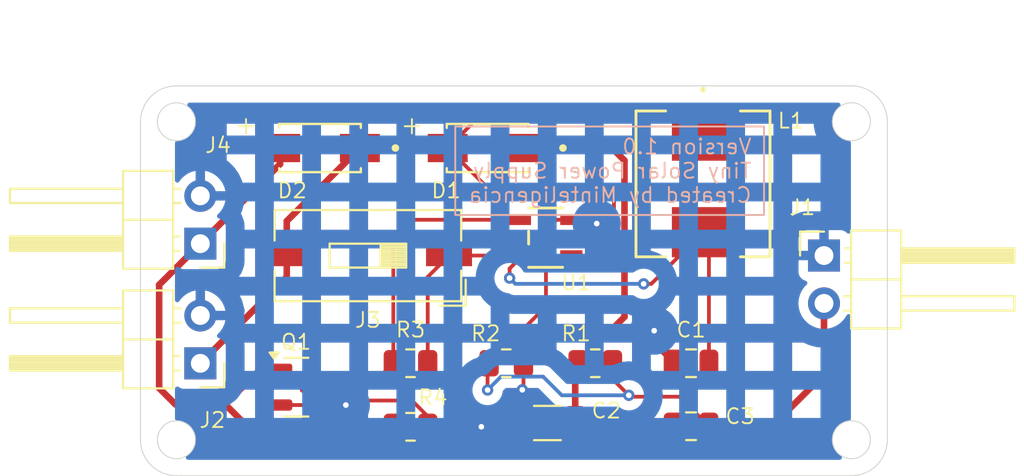
<source format=kicad_pcb>
(kicad_pcb (version 20240108) (generator "pcbnew") (generator_version "8.0")
  (layers (0 "F.Cu" signal) (31 "B.Cu" signal) (34 "B.Paste" user) (35 "F.Paste" user) (36 "B.SilkS" user "B.Silkscreen") (37 "F.SilkS" user "F.Silkscreen") (38 "B.Mask" user) (39 "F.Mask" user) (44 "Edge.Cuts" user))
  (net 0 "")
  (net 1 "GNDD")
  (net 2 "Net-(J3-Pin_1)")
  (net 3 "/OUT_P")
  (net 4 "Net-(U1-FB)")
  (net 5 "Net-(U1-SW)")
  (net 6 "/BAT_P")
  (net 7 "/SOLAR_P")
  (net 8 "Net-(Q1-D)")
  (footprint "Capacitor_SMD:C_0805_2012Metric" (layer "F.Cu") (at 74.295 110.025)
    (property "Reference" "C3" (at 2.605 -0.525 0) (layer "F.SilkS") (effects (font (size 0.8 0.8) (thickness 0.1))))
    (property "Value" "10 pF, 50 V, X7R (0805)")
    (fp_line (start -0.261252 -0.735) (end 0.261252 -0.735) (stroke (width 0.12)) (layer "F.SilkS"))
    (fp_line (start -0.261252 0.735) (end 0.261252 0.735) (stroke (width 0.12)) (layer "F.SilkS"))
    (pad "1" smd roundrect (at -0.95 0) (size 1 1.45) (layers "F.Cu" "F.Paste" "F.Mask") (net 3 "/OUT_P"))
    (pad "2" smd roundrect (at 0.95 0) (size 1 1.45) (layers "F.Cu" "F.Paste" "F.Mask") (net 4 "Net-(U1-FB)"))
  )
  (footprint "Resistor_SMD:R_0805_2012Metric" (layer "F.Cu") (at 64.4925 106.68)
    (property "Reference" "R2" (at -1.0925 -1.58 0) (layer "F.SilkS") (effects (font (size 0.8 0.8) (thickness 0.1))))
    (property "Value" "604 kOhms, 1%")
    (fp_line (start -0.227064 -0.735) (end 0.227064 -0.735) (stroke (width 0.12)) (layer "F.SilkS"))
    (fp_line (start -0.227064 0.735) (end 0.227064 0.735) (stroke (width 0.12)) (layer "F.SilkS"))
    (pad "1" smd roundrect (at -0.9125 0) (size 1.025 1.4) (layers "F.Cu" "F.Paste" "F.Mask") (roundrect_rratio 0.243902) (net 4 "Net-(U1-FB)"))
    (pad "2" smd roundrect (at 0.9125 0) (size 1.025 1.4) (layers "F.Cu" "F.Paste" "F.Mask") (roundrect_rratio 0.243902) (net 1 "GNDD"))
  )
  (footprint "Resistor_SMD:R_0805_2012Metric" (layer "F.Cu") (at 59.4125 106.68 180)
    (property "Reference" "R3" (at 0 1.78 0) (layer "F.SilkS") (effects (font (size 0.8 0.8) (thickness 0.1))))
    (property "Value" "10 kOhms")
    (fp_line (start -0.227064 0.735) (end 0.227064 0.735) (stroke (width 0.12)) (layer "F.SilkS"))
    (fp_line (start -0.227064 -0.735) (end 0.227064 -0.735) (stroke (width 0.12)) (layer "F.SilkS"))
    (pad "1" smd roundrect (at -0.9125 0 180) (size 1.025 1.4) (layers "F.Cu" "F.Paste" "F.Mask") (roundrect_rratio 0.243902) (net 2 "Net-(J3-Pin_1)"))
    (pad "2" smd roundrect (at 0.9125 0 180) (size 1.025 1.4) (layers "F.Cu" "F.Paste" "F.Mask") (roundrect_rratio 0.243902) (net 8 "Net-(Q1-D)"))
  )
  (footprint "Connector_PinHeader_2.54mm:PinHeader_1x02_P2.54mm_Horizontal" (layer "F.Cu") (at 48.26 100.33 180)
    (property "Reference" "J4" (at -0.94 5.23 0) (layer "F.SilkS") (effects (font (size 0.8 0.8) (thickness 0.1))))
    (property "Value" "Conn_01x02_Pin")
    (fp_line (start 10.1 2.92) (end 4.1 2.92) (stroke (width 0.12)) (layer "F.SilkS"))
    (fp_line (start 10.1 2.16) (end 10.1 2.92) (stroke (width 0.12)) (layer "F.SilkS"))
    (fp_line (start 10.1 0.38) (end 4.1 0.38) (stroke (width 0.12)) (layer "F.SilkS"))
    (fp_line (start 10.1 -0.38) (end 10.1 0.38) (stroke (width 0.12)) (layer "F.SilkS"))
    (fp_line (start 4.1 3.87) (end 4.1 -1.33) (stroke (width 0.12)) (layer "F.SilkS"))
    (fp_line (start 4.1 2.16) (end 10.1 2.16) (stroke (width 0.12)) (layer "F.SilkS"))
    (fp_line (start 4.1 0.28) (end 10.1 0.28) (stroke (width 0.12)) (layer "F.SilkS"))
    (fp_line (start 4.1 0.16) (end 10.1 0.16) (stroke (width 0.12)) (layer "F.SilkS"))
    (fp_line (start 4.1 0.04) (end 10.1 0.04) (stroke (width 0.12)) (layer "F.SilkS"))
    (fp_line (start 4.1 -0.08) (end 10.1 -0.08) (stroke (width 0.12)) (layer "F.SilkS"))
    (fp_line (start 4.1 -0.2) (end 10.1 -0.2) (stroke (width 0.12)) (layer "F.SilkS"))
    (fp_line (start 4.1 -0.32) (end 10.1 -0.32) (stroke (width 0.12)) (layer "F.SilkS"))
    (fp_line (start 4.1 -0.38) (end 10.1 -0.38) (stroke (width 0.12)) (layer "F.SilkS"))
    (fp_line (start 4.1 -1.33) (end 1.44 -1.33) (stroke (width 0.12)) (layer "F.SilkS"))
    (fp_line (start 1.44 3.87) (end 4.1 3.87) (stroke (width 0.12)) (layer "F.SilkS"))
    (fp_line (start 1.44 1.27) (end 4.1 1.27) (stroke (width 0.12)) (layer "F.SilkS"))
    (fp_line (start 1.44 -1.33) (end 1.44 3.87) (stroke (width 0.12)) (layer "F.SilkS"))
    (fp_line (start 1.11 0.38) (end 1.44 0.38) (stroke (width 0.12)) (layer "F.SilkS"))
    (fp_line (start 1.11 -0.38) (end 1.44 -0.38) (stroke (width 0.12)) (layer "F.SilkS"))
    (fp_line (start 1.042929 2.92) (end 1.44 2.92) (stroke (width 0.12)) (layer "F.SilkS"))
    (fp_line (start 1.042929 2.16) (end 1.44 2.16) (stroke (width 0.12)) (layer "F.SilkS"))
    (fp_line (start -1.27 0) (end -1.27 -1.27) (stroke (width 0.12)) (layer "F.SilkS"))
    (fp_line (start -1.27 -1.27) (end 0 -1.27) (stroke (width 0.12)) (layer "F.SilkS"))
    (pad "1" thru_hole rect (at 0 0 180) (size 1.7 1.7) (drill 1) (layers "*.Cu" "*.Mask") (net 7 "/SOLAR_P"))
    (pad "2" thru_hole oval (at 0 2.54 180) (size 1.7 1.7) (drill 1) (layers "*.Cu" "*.Mask") (net 1 "GNDD"))
  )
  (footprint "ASPI-0630LR-100M-T15:IND_ASPI-0630LR_ABR" (layer "F.Cu") (at 74.93 97.155 -90)
    (property "Reference" "L1" (at -3.355 -4.67 0) (layer "F.SilkS") (effects (font (size 0.8 0.8) (thickness 0.1))))
    (property "Value" "ASPI-0630LR-100M-T15")
    (fp_line (start -3.8735 3.556) (end 3.8735 3.556) (stroke (width 0.1524)) (layer "F.SilkS"))
    (fp_line (start 3.8735 3.556) (end 3.8735 1.98374) (stroke (width 0.1524)) (layer "F.SilkS"))
    (fp_line (start -3.8735 1.98374) (end -3.8735 3.556) (stroke (width 0.1524)) (layer "F.SilkS"))
    (fp_line (start 3.8735 -1.98374) (end 3.8735 -3.556) (stroke (width 0.1524)) (layer "F.SilkS"))
    (fp_line (start -3.8735 -3.556) (end -3.8735 -1.98374) (stroke (width 0.1524)) (layer "F.SilkS"))
    (fp_line (start 3.8735 -3.556) (end -3.8735 -3.556) (stroke (width 0.1524)) (layer "F.SilkS"))
    (fp_circle (center -5.0165 0) (end -4.9403 0) (stroke (width 0.1524)) (fill none) (layer "F.SilkS"))
    (pad "1" smd rect (at -2.5654 0) (size 3.302 2.667) (layers "F.Cu" "F.Paste" "F.Mask") (net 5 "Net-(U1-SW)"))
    (pad "2" smd rect (at 2.5654 0) (size 3.302 2.667) (layers "F.Cu" "F.Paste" "F.Mask") (net 2 "Net-(J3-Pin_1)"))
  )
  (footprint "SS14:DIOM4325X250N" (layer "F.Cu") (at 54.61 95.25 180)
    (property "Reference" "D2" (at 1.475 -2.255 0) (layer "F.SilkS") (effects (font (size 0.8 0.8) (thickness 0.1))))
    (property "Value" "SS14")
    (fp_line (start 2.165 1.28) (end 2.165 1.07) (stroke (width 0.127)) (layer "F.SilkS"))
    (fp_line (start 2.165 -1.07) (end 2.165 -1.28) (stroke (width 0.127)) (layer "F.SilkS"))
    (fp_line (start 2.165 -1.28) (end -2.165 -1.28) (stroke (width 0.127)) (layer "F.SilkS"))
    (fp_line (start -2.165 1.28) (end 2.165 1.28) (stroke (width 0.127)) (layer "F.SilkS"))
    (fp_line (start -2.165 1.28) (end -2.165 1.07) (stroke (width 0.127)) (layer "F.SilkS"))
    (fp_line (start -2.165 -1.28) (end -2.165 -1.07) (stroke (width 0.127)) (layer "F.SilkS"))
    (fp_circle (center -4 0) (end -3.9 0) (stroke (width 0.2)) (fill none) (layer "F.SilkS"))
    (pad "A" smd rect (at 2.115 0 180) (size 2.12 1.5) (layers "F.Cu" "F.Paste" "F.Mask") (net 7 "/SOLAR_P"))
    (pad "C" smd rect (at -2.115 0 180) (size 2.12 1.5) (layers "F.Cu" "F.Paste" "F.Mask") (net 6 "/BAT_P"))
  )
  (footprint "Connector_PinHeader_2.54mm:PinHeader_1x02_P2.54mm_Horizontal" (layer "F.Cu") (at 81.35 100.96)
    (property "Reference" "J1" (at -1.15 -2.56 0) (layer "F.SilkS") (effects (font (size 0.8 0.8) (thickness 0.1))))
    (property "Value" "Conn_01x02_Pin")
    (fp_line (start -1.27 -1.27) (end 0 -1.27) (stroke (width 0.12)) (layer "F.SilkS"))
    (fp_line (start -1.27 0) (end -1.27 -1.27) (stroke (width 0.12)) (layer "F.SilkS"))
    (fp_line (start 1.042929 2.16) (end 1.44 2.16) (stroke (width 0.12)) (layer "F.SilkS"))
    (fp_line (start 1.042929 2.92) (end 1.44 2.92) (stroke (width 0.12)) (layer "F.SilkS"))
    (fp_line (start 1.11 -0.38) (end 1.44 -0.38) (stroke (width 0.12)) (layer "F.SilkS"))
    (fp_line (start 1.11 0.38) (end 1.44 0.38) (stroke (width 0.12)) (layer "F.SilkS"))
    (fp_line (start 1.44 -1.33) (end 1.44 3.87) (stroke (width 0.12)) (layer "F.SilkS"))
    (fp_line (start 1.44 1.27) (end 4.1 1.27) (stroke (width 0.12)) (layer "F.SilkS"))
    (fp_line (start 1.44 3.87) (end 4.1 3.87) (stroke (width 0.12)) (layer "F.SilkS"))
    (fp_line (start 4.1 -1.33) (end 1.44 -1.33) (stroke (width 0.12)) (layer "F.SilkS"))
    (fp_line (start 4.1 -0.38) (end 10.1 -0.38) (stroke (width 0.12)) (layer "F.SilkS"))
    (fp_line (start 4.1 -0.32) (end 10.1 -0.32) (stroke (width 0.12)) (layer "F.SilkS"))
    (fp_line (start 4.1 -0.2) (end 10.1 -0.2) (stroke (width 0.12)) (layer "F.SilkS"))
    (fp_line (start 4.1 -0.08) (end 10.1 -0.08) (stroke (width 0.12)) (layer "F.SilkS"))
    (fp_line (start 4.1 0.04) (end 10.1 0.04) (stroke (width 0.12)) (layer "F.SilkS"))
    (fp_line (start 4.1 0.16) (end 10.1 0.16) (stroke (width 0.12)) (layer "F.SilkS"))
    (fp_line (start 4.1 0.28) (end 10.1 0.28) (stroke (width 0.12)) (layer "F.SilkS"))
    (fp_line (start 4.1 2.16) (end 10.1 2.16) (stroke (width 0.12)) (layer "F.SilkS"))
    (fp_line (start 4.1 3.87) (end 4.1 -1.33) (stroke (width 0.12)) (layer "F.SilkS"))
    (fp_line (start 10.1 -0.38) (end 10.1 0.38) (stroke (width 0.12)) (layer "F.SilkS"))
    (fp_line (start 10.1 0.38) (end 4.1 0.38) (stroke (width 0.12)) (layer "F.SilkS"))
    (fp_line (start 10.1 2.16) (end 10.1 2.92) (stroke (width 0.12)) (layer "F.SilkS"))
    (fp_line (start 10.1 2.92) (end 4.1 2.92) (stroke (width 0.12)) (layer "F.SilkS"))
    (pad "1" thru_hole rect (at 0 0) (size 1.7 1.7) (drill 1) (layers "*.Cu" "*.Mask") (net 1 "GNDD"))
    (pad "2" thru_hole oval (at 0 2.54) (size 1.7 1.7) (drill 1) (layers "*.Cu" "*.Mask") (net 3 "/OUT_P"))
  )
  (footprint "Resistor_SMD:R_0805_2012Metric" (layer "F.Cu") (at 69.215 106.68)
    (property "Reference" "R1" (at -1.015 -1.58 0) (layer "F.SilkS") (effects (font (size 0.8 0.8) (thickness 0.1))))
    (property "Value" "1 MOhms")
    (fp_line (start -0.227064 -0.735) (end 0.227064 -0.735) (stroke (width 0.12)) (layer "F.SilkS"))
    (fp_line (start -0.227064 0.735) (end 0.227064 0.735) (stroke (width 0.12)) (layer "F.SilkS"))
    (pad "1" smd roundrect (at -0.9125 0) (size 1.025 1.4) (layers "F.Cu" "F.Paste" "F.Mask") (roundrect_rratio 0.243902) (net 3 "/OUT_P"))
    (pad "2" smd roundrect (at 0.9125 0) (size 1.025 1.4) (layers "F.Cu" "F.Paste" "F.Mask") (roundrect_rratio 0.243902) (net 4 "Net-(U1-FB)"))
  )
  (footprint "Resistor_SMD:R_0805_2012Metric" (layer "F.Cu") (at 59.4125 110.055)
    (property "Reference" "R4" (at 1.1875 -1.555 0) (layer "F.SilkS") (effects (font (size 0.8 0.8) (thickness 0.1))))
    (property "Value" "1 MOhms")
    (fp_line (start -0.227064 -0.735) (end 0.227064 -0.735) (stroke (width 0.12)) (layer "F.SilkS"))
    (fp_line (start -0.227064 0.735) (end 0.227064 0.735) (stroke (width 0.12)) (layer "F.SilkS"))
    (pad "1" smd roundrect (at -0.9125 0) (size 1.025 1.4) (layers "F.Cu" "F.Paste" "F.Mask") (roundrect_rratio 0.243902) (net 7 "/SOLAR_P"))
    (pad "2" smd roundrect (at 0.9125 0) (size 1.025 1.4) (layers "F.Cu" "F.Paste" "F.Mask") (roundrect_rratio 0.243902) (net 1 "GNDD"))
  )
  (footprint "Package_TO_SOT_SMD:SOT-23" (layer "F.Cu") (at 53.34 107.95)
    (property "Reference" "Q1" (at 0 -2.4 0) (layer "F.SilkS") (effects (font (size 0.8 0.8) (thickness 0.1))))
    (property "Value" "2N7002")
    (fp_line (start 0 -1.56) (end -0.65 -1.56) (stroke (width 0.12)) (layer "F.SilkS"))
    (fp_line (start 0 -1.56) (end 0.65 -1.56) (stroke (width 0.12)) (layer "F.SilkS"))
    (fp_line (start 0 1.56) (end -0.65 1.56) (stroke (width 0.12)) (layer "F.SilkS"))
    (fp_line (start 0 1.56) (end 0.65 1.56) (stroke (width 0.12)) (layer "F.SilkS"))
    (fp_poly (pts (xy -1.1625 -1.51) (xy -1.4025 -1.84) (xy -0.9225 -1.84) (xy -1.1625 -1.51)) (stroke (width 0.12)) (fill solid) (layer "F.SilkS"))
    (pad "1" smd roundrect (at -0.9375 -0.95) (size 1.475 0.6) (layers "F.Cu" "F.Paste" "F.Mask") (net 7 "/SOLAR_P"))
    (pad "2" smd roundrect (at -0.9375 0.95) (size 1.475 0.6) (layers "F.Cu" "F.Paste" "F.Mask") (net 1 "GNDD"))
    (pad "3" smd roundrect (at 0.9375 0) (size 1.475 0.6) (layers "F.Cu" "F.Paste" "F.Mask") (net 8 "Net-(Q1-D)"))
  )
  (footprint "AP3015AKTR-G1:SOT23-5_1P55X2P9_DIO" (layer "F.Cu") (at 66.57975 100.010001 180)
    (property "Reference" "U1" (at -1.62025 -2.389999 0) (layer "F.SilkS") (effects (font (size 0.8 0.8) (thickness 0.1))))
    (property "Value" "AP3015AKTR-G1")
    (fp_line (start 0.9017 0.337861) (end 0.9017 -0.337861) (stroke (width 0.1524)) (layer "F.SilkS"))
    (fp_line (start 0.9017 -1.5748) (end -0.9017 -1.5748) (stroke (width 0.1524)) (layer "F.SilkS"))
    (fp_line (start -0.9017 1.5748) (end 0.9017 1.5748) (stroke (width 0.1524)) (layer "F.SilkS"))
    (pad "1" smd rect (at -1.36525 -0.950001 180) (size 1.1811 0.5588) (layers "F.Cu" "F.Paste" "F.Mask") (net 5 "Net-(U1-SW)"))
    (pad "2" smd rect (at -1.36525 0 180) (size 1.1811 0.5588) (layers "F.Cu" "F.Paste" "F.Mask") (net 1 "GNDD"))
    (pad "3" smd rect (at -1.36525 0.950001 180) (size 1.1811 0.5588) (layers "F.Cu" "F.Paste" "F.Mask") (net 4 "Net-(U1-FB)"))
    (pad "4" smd rect (at 1.36525 0.950001 180) (size 1.1811 0.5588) (layers "F.Cu" "F.Paste" "F.Mask") (net 8 "Net-(Q1-D)"))
    (pad "5" smd rect (at 1.36525 -0.950001 180) (size 1.1811 0.5588) (layers "F.Cu" "F.Paste" "F.Mask") (net 2 "Net-(J3-Pin_1)"))
  )
  (footprint "SS14:DIOM4325X250N" (layer "F.Cu") (at 63.5 95.25 180)
    (property "Reference" "D1" (at 2.2 -2.255 0) (layer "F.SilkS") (effects (font (size 0.8 0.8) (thickness 0.1))))
    (property "Value" "SS14")
    (fp_line (start 2.165 1.28) (end 2.165 1.07) (stroke (width 0.127)) (layer "F.SilkS"))
    (fp_line (start 2.165 -1.07) (end 2.165 -1.28) (stroke (width 0.127)) (layer "F.SilkS"))
    (fp_line (start 2.165 -1.28) (end -2.165 -1.28) (stroke (width 0.127)) (layer "F.SilkS"))
    (fp_line (start -2.165 1.28) (end 2.165 1.28) (stroke (width 0.127)) (layer "F.SilkS"))
    (fp_line (start -2.165 1.28) (end -2.165 1.07) (stroke (width 0.127)) (layer "F.SilkS"))
    (fp_line (start -2.165 -1.28) (end -2.165 -1.07) (stroke (width 0.127)) (layer "F.SilkS"))
    (fp_circle (center -4 0) (end -3.9 0) (stroke (width 0.2)) (fill none) (layer "F.SilkS"))
    (pad "A" smd rect (at 2.115 0 180) (size 2.12 1.5) (layers "F.Cu" "F.Paste" "F.Mask") (net 5 "Net-(U1-SW)"))
    (pad "C" smd rect (at -2.115 0 180) (size 2.12 1.5) (layers "F.Cu" "F.Paste" "F.Mask") (net 3 "/OUT_P"))
  )
  (footprint "Capacitor_SMD:C_0805_2012Metric" (layer "F.Cu") (at 74.295 106.68 180)
    (property "Reference" "C1" (at -0.005 1.78 0) (layer "F.SilkS") (effects (font (size 0.8 0.8) (thickness 0.1))))
    (property "Value" "4.7 µF, 50 V, X7R (0805)")
    (fp_line (start -0.261252 0.735) (end 0.261252 0.735) (stroke (width 0.12)) (layer "F.SilkS"))
    (fp_line (start -0.261252 -0.735) (end 0.261252 -0.735) (stroke (width 0.12)) (layer "F.SilkS"))
    (pad "1" smd roundrect (at -0.95 0 180) (size 1 1.45) (layers "F.Cu" "F.Paste" "F.Mask") (net 2 "Net-(J3-Pin_1)"))
    (pad "2" smd roundrect (at 0.95 0 180) (size 1 1.45) (layers "F.Cu" "F.Paste" "F.Mask") (net 1 "GNDD"))
  )
  (footprint "Connector_PinHeader_2.54mm:PinHeader_1x02_P2.54mm_Horizontal" (layer "F.Cu") (at 48.26 106.685 180)
    (property "Reference" "J2" (at -0.64 -3.015 0) (layer "F.SilkS") (effects (font (size 0.8 0.8) (thickness 0.1))))
    (property "Value" "Conn_01x02_Pin")
    (fp_line (start 10.1 2.92) (end 4.1 2.92) (stroke (width 0.12)) (layer "F.SilkS"))
    (fp_line (start 10.1 2.16) (end 10.1 2.92) (stroke (width 0.12)) (layer "F.SilkS"))
    (fp_line (start 10.1 0.38) (end 4.1 0.38) (stroke (width 0.12)) (layer "F.SilkS"))
    (fp_line (start 10.1 -0.38) (end 10.1 0.38) (stroke (width 0.12)) (layer "F.SilkS"))
    (fp_line (start 4.1 3.87) (end 4.1 -1.33) (stroke (width 0.12)) (layer "F.SilkS"))
    (fp_line (start 4.1 2.16) (end 10.1 2.16) (stroke (width 0.12)) (layer "F.SilkS"))
    (fp_line (start 4.1 0.28) (end 10.1 0.28) (stroke (width 0.12)) (layer "F.SilkS"))
    (fp_line (start 4.1 0.16) (end 10.1 0.16) (stroke (width 0.12)) (layer "F.SilkS"))
    (fp_line (start 4.1 0.04) (end 10.1 0.04) (stroke (width 0.12)) (layer "F.SilkS"))
    (fp_line (start 4.1 -0.08) (end 10.1 -0.08) (stroke (width 0.12)) (layer "F.SilkS"))
    (fp_line (start 4.1 -0.2) (end 10.1 -0.2) (stroke (width 0.12)) (layer "F.SilkS"))
    (fp_line (start 4.1 -0.32) (end 10.1 -0.32) (stroke (width 0.12)) (layer "F.SilkS"))
    (fp_line (start 4.1 -0.38) (end 10.1 -0.38) (stroke (width 0.12)) (layer "F.SilkS"))
    (fp_line (start 4.1 -1.33) (end 1.44 -1.33) (stroke (width 0.12)) (layer "F.SilkS"))
    (fp_line (start 1.44 3.87) (end 4.1 3.87) (stroke (width 0.12)) (layer "F.SilkS"))
    (fp_line (start 1.44 1.27) (end 4.1 1.27) (stroke (width 0.12)) (layer "F.SilkS"))
    (fp_line (start 1.44 -1.33) (end 1.44 3.87) (stroke (width 0.12)) (layer "F.SilkS"))
    (fp_line (start 1.11 0.38) (end 1.44 0.38) (stroke (width 0.12)) (layer "F.SilkS"))
    (fp_line (start 1.11 -0.38) (end 1.44 -0.38) (stroke (width 0.12)) (layer "F.SilkS"))
    (fp_line (start 1.042929 2.92) (end 1.44 2.92) (stroke (width 0.12)) (layer "F.SilkS"))
    (fp_line (start 1.042929 2.16) (end 1.44 2.16) (stroke (width 0.12)) (layer "F.SilkS"))
    (fp_line (start -1.27 0) (end -1.27 -1.27) (stroke (width 0.12)) (layer "F.SilkS"))
    (fp_line (start -1.27 -1.27) (end 0 -1.27) (stroke (width 0.12)) (layer "F.SilkS"))
    (pad "1" thru_hole rect (at 0 0 180) (size 1.7 1.7) (drill 1) (layers "*.Cu" "*.Mask") (net 6 "/BAT_P"))
    (pad "2" thru_hole oval (at 0 2.54 180) (size 1.7 1.7) (drill 1) (layers "*.Cu" "*.Mask") (net 1 "GNDD"))
  )
  (footprint "Capacitor_SMD:C_1206_3216Metric" (layer "F.Cu") (at 66.675 109.855 180)
    (property "Reference" "C2" (at -3.125 0.655 0) (layer "F.SilkS") (effects (font (size 0.8 0.8) (thickness 0.1))))
    (property "Value" "22 µF, 10 V, X7R (1206)")
    (fp_line (start -0.711252 0.91) (end 0.711252 0.91) (stroke (width 0.12)) (layer "F.SilkS"))
    (fp_line (start -0.711252 -0.91) (end 0.711252 -0.91) (stroke (width 0.12)) (layer "F.SilkS"))
    (pad "1" smd roundrect (at -1.475 0 180) (size 1.15 1.8) (layers "F.Cu" "F.Paste" "F.Mask") (roundrect_rratio 0.217391) (net 3 "/OUT_P"))
    (pad "2" smd roundrect (at 1.475 0 180) (size 1.15 1.8) (layers "F.Cu" "F.Paste" "F.Mask") (roundrect_rratio 0.217391) (net 1 "GNDD"))
  )
  (footprint "Button_Switch_SMD:SW_DIP_SPSTx01_Slide_9.78x4.72mm_W8.61mm_P2.54mm" (layer "F.Cu") (at 57.15 100.965 180)
    (property "Reference" "J3" (at 0 -3.42 0) (layer "F.SilkS") (effects (font (size 0.8 0.8) (thickness 0.1))))
    (property "Value" "Conn_01x02_Pin")
    (fp_line (start 4.95 0.8) (end 4.95 2.42) (stroke (width 0.12)) (layer "F.SilkS"))
    (fp_line (start 4.95 -2.42) (end 4.95 -0.8) (stroke (width 0.12)) (layer "F.SilkS"))
    (fp_line (start 2.03 0.635) (end 2.03 -0.635) (stroke (width 0.12)) (layer "F.SilkS"))
    (fp_line (start 2.03 -0.635) (end -2.03 -0.635) (stroke (width 0.12)) (layer "F.SilkS"))
    (fp_line (start -0.676667 -0.635) (end -0.676667 0.635) (stroke (width 0.12)) (layer "F.SilkS"))
    (fp_line (start -2.03 0.635) (end 2.03 0.635) (stroke (width 0.12)) (layer "F.SilkS"))
    (fp_line (start -2.03 0.565) (end -0.676667 0.565) (stroke (width 0.12)) (layer "F.SilkS"))
    (fp_line (start -2.03 0.445) (end -0.676667 0.445) (stroke (width 0.12)) (layer "F.SilkS"))
    (fp_line (start -2.03 0.325) (end -0.676667 0.325) (stroke (width 0.12)) (layer "F.SilkS"))
    (fp_line (start -2.03 0.205) (end -0.676667 0.205) (stroke (width 0.12)) (layer "F.SilkS"))
    (fp_line (start -2.03 0.085) (end -0.676667 0.085) (stroke (width 0.12)) (layer "F.SilkS"))
    (fp_line (start -2.03 -0.035) (end -0.676667 -0.035) (stroke (width 0.12)) (layer "F.SilkS"))
    (fp_line (start -2.03 -0.155) (end -0.676667 -0.155) (stroke (width 0.12)) (layer "F.SilkS"))
    (fp_line (start -2.03 -0.275) (end -0.676667 -0.275) (stroke (width 0.12)) (layer "F.SilkS"))
    (fp_line (start -2.03 -0.395) (end -0.676667 -0.395) (stroke (width 0.12)) (layer "F.SilkS"))
    (fp_line (start -2.03 -0.515) (end -0.676667 -0.515) (stroke (width 0.12)) (layer "F.SilkS"))
    (fp_line (start -2.03 -0.635) (end -2.03 0.635) (stroke (width 0.12)) (layer "F.SilkS"))
    (fp_line (start -4.95 2.42) (end 4.95 2.42) (stroke (width 0.12)) (layer "F.SilkS"))
    (fp_line (start -4.95 0.8) (end -4.95 2.42) (stroke (width 0.12)) (layer "F.SilkS"))
    (fp_line (start -4.95 -2.42) (end 4.95 -2.42) (stroke (width 0.12)) (layer "F.SilkS"))
    (fp_line (start -4.95 -2.42) (end -4.95 -0.8) (stroke (width 0.12)) (layer "F.SilkS"))
    (fp_line (start -5.19 -2.66) (end -3.806 -2.66) (stroke (width 0.12)) (layer "F.SilkS"))
    (fp_line (start -5.19 -2.66) (end -5.19 -1.277) (stroke (width 0.12)) (layer "F.SilkS"))
    (pad "1" smd rect (at -4.305 0 180) (size 2.44 1.12) (layers "F.Cu" "F.Paste" "F.Mask") (net 2 "Net-(J3-Pin_1)"))
    (pad "2" smd rect (at 4.305 0 180) (size 2.44 1.12) (layers "F.Cu" "F.Paste" "F.Mask") (net 6 "/BAT_P"))
  )
  (gr_arc (start 45.085 93.853) (mid 45.642962 92.505962) (end 46.99 91.948) (stroke (width 0.05)) (layer "Edge.Cuts"))
  (gr_circle (center 46.99 110.744) (end 47.752 111.4044) (stroke (width 0.05)) (fill none) (layer "Edge.Cuts"))
  (gr_circle (center 82.804 93.853) (end 83.566 94.5134) (stroke (width 0.05)) (fill none) (layer "Edge.Cuts"))
  (gr_line (start 82.804 91.948) (end 46.99 91.948) (stroke (width 0.05)) (layer "Edge.Cuts"))
  (gr_line (start 46.99 112.649) (end 82.804 112.649) (stroke (width 0.05)) (layer "Edge.Cuts"))
  (gr_arc (start 46.99 112.649) (mid 45.642962 112.091038) (end 45.085 110.744) (stroke (width 0.05)) (layer "Edge.Cuts"))
  (gr_circle (center 46.99 93.853) (end 47.752 94.5134) (stroke (width 0.05)) (fill none) (layer "Edge.Cuts"))
  (gr_line (start 45.085 93.853) (end 45.085 110.744) (stroke (width 0.05)) (layer "Edge.Cuts"))
  (gr_circle (center 82.804 110.744) (end 83.566 111.4044) (stroke (width 0.05)) (fill none) (layer "Edge.Cuts"))
  (gr_arc (start 84.709 110.744) (mid 84.151038 112.091038) (end 82.804 112.649) (stroke (width 0.05)) (layer "Edge.Cuts"))
  (gr_line (start 84.709 110.744) (end 84.709 93.853) (stroke (width 0.05)) (layer "Edge.Cuts"))
  (gr_arc (start 82.804 91.948) (mid 84.151038 92.505962) (end 84.709 93.853) (stroke (width 0.05)) (layer "Edge.Cuts"))
  (gr_text "+" (at 58.8 94.6 0) (layer "F.SilkS") (effects (font (size 1 1) (thickness 0.1)) (justify left bottom)))
  (gr_text "+" (at 50 94.6 0) (layer "F.SilkS") (effects (font (size 1 1) (thickness 0.1)) (justify left bottom)))
  (gr_text_box "Version 1.0\nTiny Solar Power Supply\nCreated by Minteligencia" (start 61.7855 94.107) (end 78.1685 98.806) (layer "B.SilkS") (effects (font (size 0.8 0.8) (thickness 0.1)) (justify left top mirror)) (border yes) (stroke (width 0.1)))
  (segment (start 65 110.055) (end 65.2 109.855) (width 0.2) (layer "F.Cu") (net 1))
  (segment (start 65.2 108.2312) (end 65.3415 108.0897) (width 0.2) (layer "F.Cu") (net 1))
  (segment (start 63.1698 110.055) (end 65 110.055) (width 0.2) (layer "F.Cu") (net 1))
  (segment (start 65.2 109.855) (end 65.2 108.2312) (width 0.2) (layer "F.Cu") (net 1))
  (segment (start 72.3392 105.6742) (end 72.3392 104.9528) (width 0.2) (layer "F.Cu") (net 1))
  (segment (start 55.9816 108.9) (end 56.5556 108.9) (width 0.2) (layer "F.Cu") (net 1))
  (segment (start 60.325 109.4994) (end 60.325 110.055) (width 0.2) (layer "F.Cu") (net 1))
  (segment (start 52.4025 108.9) (end 55.9816 108.9) (width 0.2) (layer "F.Cu") (net 1))
  (segment (start 65.405 108.0262) (end 65.405 106.68) (width 0.2) (layer "F.Cu") (net 1))
  (segment (start 68.544399 100.010001) (end 69.2912 99.2632) (width 0.2) (layer "F.Cu") (net 1))
  (segment (start 56.7944 108.6612) (end 59.4868 108.6612) (width 0.2) (layer "F.Cu") (net 1))
  (segment (start 73.345 106.68) (end 72.3392 105.6742) (width 0.2) (layer "F.Cu") (net 1))
  (segment (start 60.325 110.055) (end 63.1698 110.055) (width 0.2) (layer "F.Cu") (net 1))
  (segment (start 59.4868 108.6612) (end 60.325 109.4994) (width 0.2) (layer "F.Cu") (net 1))
  (segment (start 65.3415 108.0897) (end 65.405 108.0262) (width 0.2) (layer "F.Cu") (net 1))
  (segment (start 67.945 100.010001) (end 68.544399 100.010001) (width 0.2) (layer "F.Cu") (net 1))
  (segment (start 56.5556 108.9) (end 56.7944 108.6612) (width 0.2) (layer "F.Cu") (net 1))
  (via (at 63.1698 110.055) (size 0.6) (drill 0.3) (layers "F.Cu" "B.Cu") (net 1))
  (via (at 69.2912 99.2632) (size 0.6) (drill 0.3) (layers "F.Cu" "B.Cu") (net 1))
  (via (at 55.9816 108.9) (size 0.6) (drill 0.3) (layers "F.Cu" "B.Cu") (net 1))
  (via (at 65.3415 108.0897) (size 0.6) (drill 0.3) (layers "F.Cu" "B.Cu") (net 1))
  (via (at 72.3392 104.9528) (size 0.6) (drill 0.3) (layers "F.Cu" "B.Cu") (net 1))
  (segment (start 65.2145 100.960002) (end 61.459998 100.960002) (width 0.2) (layer "F.Cu") (net 2))
  (segment (start 64.6684 101.6508) (end 65.2145 101.1047) (width 0.2) (layer "F.Cu") (net 2))
  (segment (start 61.459998 100.960002) (end 61.455 100.965) (width 0.2) (layer "F.Cu") (net 2))
  (segment (start 71.7804 102.4636) (end 72.1868 102.4636) (width 0.2) (layer "F.Cu") (net 2))
  (segment (start 64.6684 102.1588) (end 64.6684 101.6508) (width 0.2) (layer "F.Cu") (net 2))
  (segment (start 75.245 106.68) (end 75.245 100.0354) (width 0.2) (layer "F.Cu") (net 2))
  (segment (start 60.325 102.095) (end 61.455 100.965) (width 0.2) (layer "F.Cu") (net 2))
  (segment (start 75.245 100.0354) (end 74.93 99.7204) (width 0.2) (layer "F.Cu") (net 2))
  (segment (start 72.1868 102.4636) (end 74.93 99.7204) (width 0.2) (layer "F.Cu") (net 2))
  (segment (start 65.2145 101.1047) (end 65.2145 100.960002) (width 0.2) (layer "F.Cu") (net 2))
  (segment (start 60.325 106.68) (end 60.325 102.095) (width 0.2) (layer "F.Cu") (net 2))
  (via (at 64.6684 102.1588) (size 0.6) (drill 0.3) (layers "F.Cu" "B.Cu") (net 2))
  (via (at 71.7804 102.4636) (size 0.6) (drill 0.3) (layers "F.Cu" "B.Cu") (net 2))
  (segment (start 64.9732 102.4636) (end 64.6684 102.1588) (width 0.2) (layer "B.Cu") (net 2))
  (segment (start 71.7804 102.4636) (end 64.9732 102.4636) (width 0.2) (layer "B.Cu") (net 2))
  (segment (start 81.35 107.2704) (end 77.3684 111.252) (width 0.35) (layer "F.Cu") (net 3))
  (segment (start 73.175 109.855) (end 73.345 110.025) (width 0.35) (layer "F.Cu") (net 3))
  (segment (start 77.3684 111.252) (end 74.572 111.252) (width 0.35) (layer "F.Cu") (net 3))
  (segment (start 65.615 95.25) (end 70.104 95.25) (width 0.35) (layer "F.Cu") (net 3))
  (segment (start 81.35 103.5) (end 81.35 107.2704) (width 0.35) (layer "F.Cu") (net 3))
  (segment (start 68.15 106.8325) (end 68.3025 106.68) (width 0.35) (layer "F.Cu") (net 3))
  (segment (start 68.15 109.855) (end 73.175 109.855) (width 0.35) (layer "F.Cu") (net 3))
  (segment (start 70.7644 95.9104) (end 70.7644 104.2181) (width 0.35) (layer "F.Cu") (net 3))
  (segment (start 70.7644 104.2181) (end 68.3025 106.68) (width 0.35) (layer "F.Cu") (net 3))
  (segment (start 68.15 109.855) (end 68.15 106.8325) (width 0.35) (layer "F.Cu") (net 3))
  (segment (start 70.104 95.25) (end 70.7644 95.9104) (width 0.35) (layer "F.Cu") (net 3))
  (segment (start 74.572 111.252) (end 73.345 110.025) (width 0.35) (layer "F.Cu") (net 3))
  (segment (start 70.1275 107.5163) (end 70.1275 106.68) (width 0.2) (layer "F.Cu") (net 4))
  (segment (start 71.0184 108.458) (end 71.0184 108.4072) (width 0.2) (layer "F.Cu") (net 4))
  (segment (start 63.5 106.76) (end 63.58 106.68) (width 0.2) (layer "F.Cu") (net 4))
  (segment (start 63.58 106.68) (end 66.5988 103.6612) (width 0.2) (layer "F.Cu") (net 4))
  (segment (start 70.993 108.3818) (end 70.1275 107.5163) (width 0.2) (layer "F.Cu") (net 4))
  (segment (start 73.678 108.458) (end 71.0184 108.458) (width 0.2) (layer "F.Cu") (net 4))
  (segment (start 63.5 108.1024) (end 63.5 106.76) (width 0.2) (layer "F.Cu") (net 4))
  (segment (start 71.0184 108.4072) (end 70.993 108.3818) (width 0.2) (layer "F.Cu") (net 4))
  (segment (start 66.5988 103.6612) (end 66.5988 99.61565) (width 0.2) (layer "F.Cu") (net 4))
  (segment (start 66.5988 99.61565) (end 67.15445 99.06) (width 0.2) (layer "F.Cu") (net 4))
  (segment (start 67.15445 99.06) (end 67.945 99.06) (width 0.2) (layer "F.Cu") (net 4))
  (segment (start 75.245 110.025) (end 73.678 108.458) (width 0.2) (layer "F.Cu") (net 4))
  (via (at 63.5 108.1024) (size 0.6) (drill 0.3) (layers "F.Cu" "B.Cu") (net 4))
  (via (at 70.993 108.3818) (size 0.6) (drill 0.3) (layers "F.Cu" "B.Cu") (net 4))
  (segment (start 66.4464 107.3912) (end 64.2112 107.3912) (width 0.2) (layer "B.Cu") (net 4))
  (segment (start 70.993 108.3818) (end 67.437 108.3818) (width 0.2) (layer "B.Cu") (net 4))
  (segment (start 64.2112 107.3912) (end 63.5 108.1024) (width 0.2) (layer "B.Cu") (net 4))
  (segment (start 66.7004 107.6452) (end 66.4464 107.3912) (width 0.2) (layer "B.Cu") (net 4))
  (segment (start 67.437 108.3818) (end 66.7004 107.6452) (width 0.2) (layer "B.Cu") (net 4))
  (segment (start 67.945 100.960002) (end 69.829598 100.960002) (width 0.2) (layer "F.Cu") (net 5))
  (segment (start 73.66 93.3196) (end 63.3154 93.3196) (width 0.2) (layer "F.Cu") (net 5))
  (segment (start 70.2056 97.9932) (end 69.7992 97.5868) (width 0.2) (layer "F.Cu") (net 5))
  (segment (start 70.2056 100.584) (end 70.2056 97.9932) (width 0.2) (layer "F.Cu") (net 5))
  (segment (start 69.7992 97.5868) (end 63.7218 97.5868) (width 0.2) (layer "F.Cu") (net 5))
  (segment (start 63.3154 93.3196) (end 61.385 95.25) (width 0.2) (layer "F.Cu") (net 5))
  (segment (start 63.7218 97.5868) (end 61.385 95.25) (width 0.2) (layer "F.Cu") (net 5))
  (segment (start 74.93 94.5896) (end 73.66 93.3196) (width 0.2) (layer "F.Cu") (net 5))
  (segment (start 69.829598 100.960002) (end 70.2056 100.584) (width 0.2) (layer "F.Cu") (net 5))
  (segment (start 52.845 99.13) (end 56.725 95.25) (width 0.35) (layer "F.Cu") (net 6))
  (segment (start 52.845 102.1) (end 52.845 100.965) (width 0.35) (layer "F.Cu") (net 6))
  (segment (start 52.845 100.965) (end 52.845 99.13) (width 0.35) (layer "F.Cu") (net 6))
  (segment (start 48.26 106.685) (end 52.845 102.1) (width 0.35) (layer "F.Cu") (net 6))
  (segment (start 51.4452 107) (end 49.5808 108.8644) (width 0.35) (layer "F.Cu") (net 7))
  (segment (start 56.7436 110.744) (end 51.4604 110.744) (width 0.35) (layer "F.Cu") (net 7))
  (segment (start 46.9392 108.8644) (end 46.0756 108.0008) (width 0.35) (layer "F.Cu") (net 7))
  (segment (start 52.4025 107) (end 51.4452 107) (width 0.35) (layer "F.Cu") (net 7))
  (segment (start 51.4604 110.744) (end 49.5808 108.8644) (width 0.35) (layer "F.Cu") (net 7))
  (segment (start 48.26 100.33) (end 52.495 96.095) (width 0.35) (layer "F.Cu") (net 7))
  (segment (start 46.0756 108.0008) (end 46.0756 102.5144) (width 0.35) (layer "F.Cu") (net 7))
  (segment (start 57.4326 110.055) (end 56.7436 110.744) (width 0.35) (layer "F.Cu") (net 7))
  (segment (start 52.495 96.095) (end 52.495 95.25) (width 0.35) (layer "F.Cu") (net 7))
  (segment (start 58.5 110.055) (end 57.4326 110.055) (width 0.35) (layer "F.Cu") (net 7))
  (segment (start 49.5808 108.8644) (end 46.9392 108.8644) (width 0.35) (layer "F.Cu") (net 7))
  (segment (start 46.0756 102.5144) (end 48.26 100.33) (width 0.35) (layer "F.Cu") (net 7))
  (segment (start 58.5 106.68) (end 58.5 100.0976) (width 0.2) (layer "F.Cu") (net 8))
  (segment (start 57.23 107.95) (end 58.5 106.68) (width 0.2) (layer "F.Cu") (net 8))
  (segment (start 58.5 100.0976) (end 59.5376 99.06) (width 0.2) (layer "F.Cu") (net 8))
  (segment (start 54.2775 107.95) (end 57.23 107.95) (width 0.2) (layer "F.Cu") (net 8))
  (segment (start 59.5376 99.06) (end 65.2145 99.06) (width 0.2) (layer "F.Cu") (net 8))
  (zone (net 1) (net_name "GNDD") (layer "B.Cu") (name "GNDD") (connect_pads (clearance 0.5)) (min_thickness 0.25) (fill yes (mode hatch) (thermal_gap 0.5) (thermal_bridge_width 0.5) (hatch_thickness 1) (hatch_gap 1.5) (hatch_orientation 0) (hatch_border_algorithm hatch_thickness) (hatch_min_hole_area 0.3))
    (polygon (pts (xy 46.9138 92.837) (xy 46.9138 111.7092) (xy 47.0154 111.8108) (xy 82.7532 111.8108) (xy 82.7786 111.7854) (xy 82.7786 92.837) (xy 82.677 92.837)))
  )
)
</source>
